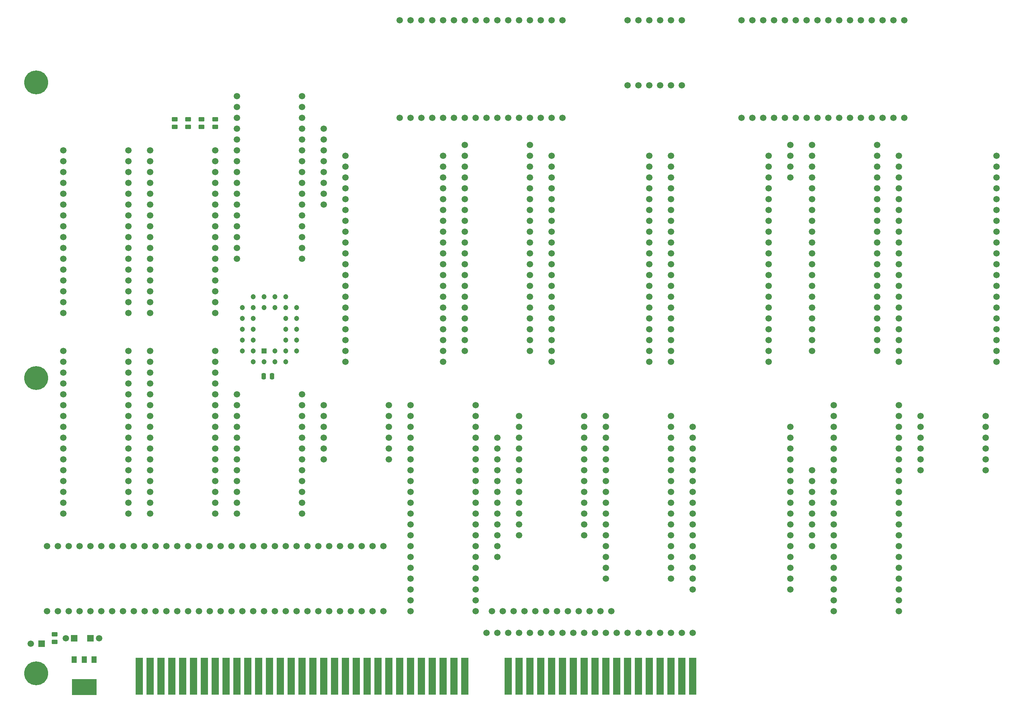
<source format=gts>
%TF.GenerationSoftware,KiCad,Pcbnew,9.0.5*%
%TF.CreationDate,2025-10-12T15:12:11+02:00*%
%TF.ProjectId,Coprocessor Board - Main,436f7072-6f63-4657-9373-6f7220426f61,V0*%
%TF.SameCoordinates,Original*%
%TF.FileFunction,Soldermask,Top*%
%TF.FilePolarity,Negative*%
%FSLAX46Y46*%
G04 Gerber Fmt 4.6, Leading zero omitted, Abs format (unit mm)*
G04 Created by KiCad (PCBNEW 9.0.5) date 2025-10-12 15:12:11*
%MOMM*%
%LPD*%
G01*
G04 APERTURE LIST*
G04 Aperture macros list*
%AMRoundRect*
0 Rectangle with rounded corners*
0 $1 Rounding radius*
0 $2 $3 $4 $5 $6 $7 $8 $9 X,Y pos of 4 corners*
0 Add a 4 corners polygon primitive as box body*
4,1,4,$2,$3,$4,$5,$6,$7,$8,$9,$2,$3,0*
0 Add four circle primitives for the rounded corners*
1,1,$1+$1,$2,$3*
1,1,$1+$1,$4,$5*
1,1,$1+$1,$6,$7*
1,1,$1+$1,$8,$9*
0 Add four rect primitives between the rounded corners*
20,1,$1+$1,$2,$3,$4,$5,0*
20,1,$1+$1,$4,$5,$6,$7,0*
20,1,$1+$1,$6,$7,$8,$9,0*
20,1,$1+$1,$8,$9,$2,$3,0*%
G04 Aperture macros list end*
%ADD10C,1.500000*%
%ADD11R,1.500000X1.500000*%
%ADD12C,5.600000*%
%ADD13R,5.842000X3.810000*%
%ADD14R,1.200000X1.500000*%
%ADD15C,1.200000*%
%ADD16R,1.200000X1.200000*%
%ADD17RoundRect,0.250000X-0.450000X0.262500X-0.450000X-0.262500X0.450000X-0.262500X0.450000X0.262500X0*%
%ADD18R,1.780000X8.620000*%
%ADD19RoundRect,0.250000X0.450000X-0.262500X0.450000X0.262500X-0.450000X0.262500X-0.450000X-0.262500X0*%
%ADD20RoundRect,0.250000X-0.250000X-0.475000X0.250000X-0.475000X0.250000X0.475000X-0.250000X0.475000X0*%
G04 APERTURE END LIST*
D10*
%TO.C,B16*%
X-21590000Y30480000D03*
X-19050000Y30480000D03*
X-16510000Y30480000D03*
X-13970000Y30480000D03*
X-11430000Y30480000D03*
X-8890000Y30480000D03*
X-6350000Y30480000D03*
X-3810000Y30480000D03*
X-1270000Y30480000D03*
X1270000Y30480000D03*
X3810000Y30480000D03*
X6350000Y30480000D03*
X8890000Y30480000D03*
X11430000Y30480000D03*
X13970000Y30480000D03*
X16510000Y30480000D03*
X19050000Y30480000D03*
X21590000Y30480000D03*
X24130000Y30480000D03*
X26670000Y30480000D03*
X29210000Y30480000D03*
X31750000Y30480000D03*
X34290000Y30480000D03*
X36830000Y30480000D03*
X39370000Y30480000D03*
X41910000Y30480000D03*
X44450000Y30480000D03*
X46990000Y30480000D03*
X49530000Y30480000D03*
X52070000Y30480000D03*
X54610000Y30480000D03*
X57150000Y30480000D03*
X57150000Y15240000D03*
X54610000Y15240000D03*
X52070000Y15240000D03*
X49530000Y15240000D03*
X46990000Y15240000D03*
X44450000Y15240000D03*
X41910000Y15240000D03*
X39370000Y15240000D03*
X36830000Y15240000D03*
X34290000Y15240000D03*
X31750000Y15240000D03*
X29210000Y15240000D03*
X26670000Y15240000D03*
X24130000Y15240000D03*
X21590000Y15240000D03*
X19050000Y15240000D03*
X16510000Y15240000D03*
X13970000Y15240000D03*
X11430000Y15240000D03*
X8890000Y15240000D03*
X6350000Y15240000D03*
X3810000Y15240000D03*
X1270000Y15240000D03*
X-1270000Y15240000D03*
X-3810000Y15240000D03*
X-6350000Y15240000D03*
X-8890000Y15240000D03*
X-11430000Y15240000D03*
X-13970000Y15240000D03*
X-16510000Y15240000D03*
X-19050000Y15240000D03*
X-21590000Y15240000D03*
%TD*%
%TO.C,B17*%
X60960000Y153670000D03*
X63500000Y153670000D03*
X66040000Y153670000D03*
X68580000Y153670000D03*
X71120000Y153670000D03*
X73660000Y153670000D03*
X76200000Y153670000D03*
X78740000Y153670000D03*
X81280000Y153670000D03*
X83820000Y153670000D03*
X86360000Y153670000D03*
X88900000Y153670000D03*
X91440000Y153670000D03*
X93980000Y153670000D03*
X96520000Y153670000D03*
X99060000Y153670000D03*
X99060000Y130810000D03*
X96520000Y130810000D03*
X93980000Y130810000D03*
X91440000Y130810000D03*
X88900000Y130810000D03*
X86360000Y130810000D03*
X83820000Y130810000D03*
X81280000Y130810000D03*
X78740000Y130810000D03*
X76200000Y130810000D03*
X73660000Y130810000D03*
X71120000Y130810000D03*
X68580000Y130810000D03*
X66040000Y130810000D03*
X63500000Y130810000D03*
X60960000Y130810000D03*
%TD*%
%TO.C,B4*%
X38100000Y66040000D03*
X38100000Y63500000D03*
X38100000Y60960000D03*
X38100000Y58420000D03*
X38100000Y55880000D03*
X38100000Y53340000D03*
X38100000Y50800000D03*
X38100000Y48260000D03*
X38100000Y45720000D03*
X38100000Y43180000D03*
X38100000Y40640000D03*
X38100000Y38100000D03*
X22860000Y38100000D03*
X22860000Y40640000D03*
X22860000Y43180000D03*
X22860000Y45720000D03*
X22860000Y48260000D03*
X22860000Y50800000D03*
X22860000Y53340000D03*
X22860000Y55880000D03*
X22860000Y58420000D03*
X22860000Y60960000D03*
X22860000Y63500000D03*
X22860000Y66040000D03*
%TD*%
%TO.C,B33*%
X38100000Y135890000D03*
X38100000Y133350000D03*
X38100000Y130810000D03*
X38100000Y128270000D03*
X38100000Y125730000D03*
X38100000Y123190000D03*
X38100000Y120650000D03*
X38100000Y118110000D03*
X38100000Y115570000D03*
X38100000Y113030000D03*
X38100000Y110490000D03*
X38100000Y107950000D03*
X38100000Y105410000D03*
X38100000Y102870000D03*
X38100000Y100330000D03*
X38100000Y97790000D03*
X22860000Y97790000D03*
X22860000Y100330000D03*
X22860000Y102870000D03*
X22860000Y105410000D03*
X22860000Y107950000D03*
X22860000Y110490000D03*
X22860000Y113030000D03*
X22860000Y115570000D03*
X22860000Y118110000D03*
X22860000Y120650000D03*
X22860000Y123190000D03*
X22860000Y125730000D03*
X22860000Y128270000D03*
X22860000Y130810000D03*
X22860000Y133350000D03*
X22860000Y135890000D03*
%TD*%
%TO.C,J3*%
X157480000Y30480000D03*
X157480000Y33020000D03*
X157480000Y35560000D03*
X157480000Y38100000D03*
X157480000Y40640000D03*
X157480000Y43180000D03*
X157480000Y45720000D03*
X157480000Y48260000D03*
%TD*%
%TO.C,C4*%
X-17189200Y8890000D03*
D11*
X-15189200Y8890000D03*
%TD*%
D12*
%TO.C,H10*%
X-24079200Y635000D03*
%TD*%
D10*
%TO.C,B2*%
X147320000Y121920000D03*
X147320000Y119380000D03*
X147320000Y116840000D03*
X147320000Y114300000D03*
X147320000Y111760000D03*
X147320000Y109220000D03*
X147320000Y106680000D03*
X147320000Y104140000D03*
X147320000Y101600000D03*
X147320000Y99060000D03*
X147320000Y96520000D03*
X147320000Y93980000D03*
X147320000Y91440000D03*
X147320000Y88900000D03*
X147320000Y86360000D03*
X147320000Y83820000D03*
X147320000Y81280000D03*
X147320000Y78740000D03*
X147320000Y76200000D03*
X147320000Y73660000D03*
X124460000Y73660000D03*
X124460000Y76200000D03*
X124460000Y78740000D03*
X124460000Y81280000D03*
X124460000Y83820000D03*
X124460000Y86360000D03*
X124460000Y88900000D03*
X124460000Y91440000D03*
X124460000Y93980000D03*
X124460000Y96520000D03*
X124460000Y99060000D03*
X124460000Y101600000D03*
X124460000Y104140000D03*
X124460000Y106680000D03*
X124460000Y109220000D03*
X124460000Y111760000D03*
X124460000Y114300000D03*
X124460000Y116840000D03*
X124460000Y119380000D03*
X124460000Y121920000D03*
%TD*%
%TO.C,LED1*%
X-25349200Y7620000D03*
D11*
X-22809200Y7620000D03*
%TD*%
D10*
%TO.C,B7*%
X198120000Y60960000D03*
X198120000Y58420000D03*
X198120000Y55880000D03*
X198120000Y53340000D03*
X198120000Y50800000D03*
X198120000Y48260000D03*
X182880000Y48260000D03*
X182880000Y50800000D03*
X182880000Y53340000D03*
X182880000Y55880000D03*
X182880000Y58420000D03*
X182880000Y60960000D03*
%TD*%
%TO.C,B19*%
X114300000Y153670000D03*
X116840000Y153670000D03*
X119380000Y153670000D03*
X121920000Y153670000D03*
X124460000Y153670000D03*
X127000000Y153670000D03*
X127000000Y138430000D03*
X124460000Y138430000D03*
X121920000Y138430000D03*
X119380000Y138430000D03*
X116840000Y138430000D03*
X114300000Y138430000D03*
%TD*%
%TO.C,B14*%
X78740000Y63500000D03*
X78740000Y60960000D03*
X78740000Y58420000D03*
X78740000Y55880000D03*
X78740000Y53340000D03*
X78740000Y50800000D03*
X78740000Y48260000D03*
X78740000Y45720000D03*
X78740000Y43180000D03*
X78740000Y40640000D03*
X78740000Y38100000D03*
X78740000Y35560000D03*
X78740000Y33020000D03*
X78740000Y30480000D03*
X78740000Y27940000D03*
X78740000Y25400000D03*
X78740000Y22860000D03*
X78740000Y20320000D03*
X78740000Y17780000D03*
X78740000Y15240000D03*
X63500000Y15240000D03*
X63500000Y17780000D03*
X63500000Y20320000D03*
X63500000Y22860000D03*
X63500000Y25400000D03*
X63500000Y27940000D03*
X63500000Y30480000D03*
X63500000Y33020000D03*
X63500000Y35560000D03*
X63500000Y38100000D03*
X63500000Y40640000D03*
X63500000Y43180000D03*
X63500000Y45720000D03*
X63500000Y48260000D03*
X63500000Y50800000D03*
X63500000Y53340000D03*
X63500000Y55880000D03*
X63500000Y58420000D03*
X63500000Y60960000D03*
X63500000Y63500000D03*
%TD*%
%TO.C,B9*%
X17780000Y76200000D03*
X17780000Y73660000D03*
X17780000Y71120000D03*
X17780000Y68580000D03*
X17780000Y66040000D03*
X17780000Y63500000D03*
X17780000Y60960000D03*
X17780000Y58420000D03*
X17780000Y55880000D03*
X17780000Y53340000D03*
X17780000Y50800000D03*
X17780000Y48260000D03*
X17780000Y45720000D03*
X17780000Y43180000D03*
X17780000Y40640000D03*
X17780000Y38100000D03*
X2540000Y38100000D03*
X2540000Y40640000D03*
X2540000Y43180000D03*
X2540000Y45720000D03*
X2540000Y48260000D03*
X2540000Y50800000D03*
X2540000Y53340000D03*
X2540000Y55880000D03*
X2540000Y58420000D03*
X2540000Y60960000D03*
X2540000Y63500000D03*
X2540000Y66040000D03*
X2540000Y68580000D03*
X2540000Y71120000D03*
X2540000Y73660000D03*
X2540000Y76200000D03*
%TD*%
%TO.C,B8*%
X177800000Y63500000D03*
X177800000Y60960000D03*
X177800000Y58420000D03*
X177800000Y55880000D03*
X177800000Y53340000D03*
X177800000Y50800000D03*
X177800000Y48260000D03*
X177800000Y45720000D03*
X177800000Y43180000D03*
X177800000Y40640000D03*
X177800000Y38100000D03*
X177800000Y35560000D03*
X177800000Y33020000D03*
X177800000Y30480000D03*
X177800000Y27940000D03*
X177800000Y25400000D03*
X177800000Y22860000D03*
X177800000Y20320000D03*
X177800000Y17780000D03*
X177800000Y15240000D03*
X162560000Y15240000D03*
X162560000Y17780000D03*
X162560000Y20320000D03*
X162560000Y22860000D03*
X162560000Y25400000D03*
X162560000Y27940000D03*
X162560000Y30480000D03*
X162560000Y33020000D03*
X162560000Y35560000D03*
X162560000Y38100000D03*
X162560000Y40640000D03*
X162560000Y43180000D03*
X162560000Y45720000D03*
X162560000Y48260000D03*
X162560000Y50800000D03*
X162560000Y53340000D03*
X162560000Y55880000D03*
X162560000Y58420000D03*
X162560000Y60960000D03*
X162560000Y63500000D03*
%TD*%
%TO.C,C3*%
X-9379200Y8890000D03*
D11*
X-11379200Y8890000D03*
%TD*%
D10*
%TO.C,B10*%
X17780000Y123190000D03*
X17780000Y120650000D03*
X17780000Y118110000D03*
X17780000Y115570000D03*
X17780000Y113030000D03*
X17780000Y110490000D03*
X17780000Y107950000D03*
X17780000Y105410000D03*
X17780000Y102870000D03*
X17780000Y100330000D03*
X17780000Y97790000D03*
X17780000Y95250000D03*
X17780000Y92710000D03*
X17780000Y90170000D03*
X17780000Y87630000D03*
X17780000Y85090000D03*
X2540000Y85090000D03*
X2540000Y87630000D03*
X2540000Y90170000D03*
X2540000Y92710000D03*
X2540000Y95250000D03*
X2540000Y97790000D03*
X2540000Y100330000D03*
X2540000Y102870000D03*
X2540000Y105410000D03*
X2540000Y107950000D03*
X2540000Y110490000D03*
X2540000Y113030000D03*
X2540000Y115570000D03*
X2540000Y118110000D03*
X2540000Y120650000D03*
X2540000Y123190000D03*
%TD*%
%TO.C,B3*%
X140970000Y153670000D03*
X143510000Y153670000D03*
X146050000Y153670000D03*
X148590000Y153670000D03*
X151130000Y153670000D03*
X153670000Y153670000D03*
X156210000Y153670000D03*
X158750000Y153670000D03*
X161290000Y153670000D03*
X163830000Y153670000D03*
X166370000Y153670000D03*
X168910000Y153670000D03*
X171450000Y153670000D03*
X173990000Y153670000D03*
X176530000Y153670000D03*
X179070000Y153670000D03*
X179070000Y130810000D03*
X176530000Y130810000D03*
X173990000Y130810000D03*
X171450000Y130810000D03*
X168910000Y130810000D03*
X166370000Y130810000D03*
X163830000Y130810000D03*
X161290000Y130810000D03*
X158750000Y130810000D03*
X156210000Y130810000D03*
X153670000Y130810000D03*
X151130000Y130810000D03*
X148590000Y130810000D03*
X146050000Y130810000D03*
X143510000Y130810000D03*
X140970000Y130810000D03*
%TD*%
%TO.C,J7*%
X152400000Y116840000D03*
X152400000Y119380000D03*
X152400000Y121920000D03*
X152400000Y124460000D03*
%TD*%
D13*
%TO.C,IC3*%
X-12889200Y-2540000D03*
D14*
X-15189200Y3835000D03*
X-12889200Y3835000D03*
X-10589200Y3835000D03*
%TD*%
D10*
%TO.C,J5*%
X83820000Y27940000D03*
X83820000Y30480000D03*
X83820000Y33020000D03*
X83820000Y35560000D03*
X83820000Y38100000D03*
X83820000Y40640000D03*
X83820000Y43180000D03*
X83820000Y45720000D03*
X83820000Y48260000D03*
X83820000Y50800000D03*
X83820000Y53340000D03*
X83820000Y55880000D03*
%TD*%
%TO.C,J2*%
X43180000Y110490000D03*
X43180000Y113030000D03*
X43180000Y115570000D03*
X43180000Y118110000D03*
X43180000Y120650000D03*
X43180000Y123190000D03*
X43180000Y125730000D03*
X43180000Y128270000D03*
%TD*%
%TO.C,B6*%
X71120000Y121920000D03*
X71120000Y119380000D03*
X71120000Y116840000D03*
X71120000Y114300000D03*
X71120000Y111760000D03*
X71120000Y109220000D03*
X71120000Y106680000D03*
X71120000Y104140000D03*
X71120000Y101600000D03*
X71120000Y99060000D03*
X71120000Y96520000D03*
X71120000Y93980000D03*
X71120000Y91440000D03*
X71120000Y88900000D03*
X71120000Y86360000D03*
X71120000Y83820000D03*
X71120000Y81280000D03*
X71120000Y78740000D03*
X71120000Y76200000D03*
X71120000Y73660000D03*
X48260000Y73660000D03*
X48260000Y76200000D03*
X48260000Y78740000D03*
X48260000Y81280000D03*
X48260000Y83820000D03*
X48260000Y86360000D03*
X48260000Y88900000D03*
X48260000Y91440000D03*
X48260000Y93980000D03*
X48260000Y96520000D03*
X48260000Y99060000D03*
X48260000Y101600000D03*
X48260000Y104140000D03*
X48260000Y106680000D03*
X48260000Y109220000D03*
X48260000Y111760000D03*
X48260000Y114300000D03*
X48260000Y116840000D03*
X48260000Y119380000D03*
X48260000Y121920000D03*
%TD*%
%TO.C,B31*%
X152400000Y58420000D03*
X152400000Y55880000D03*
X152400000Y53340000D03*
X152400000Y50800000D03*
X152400000Y48260000D03*
X152400000Y45720000D03*
X152400000Y43180000D03*
X152400000Y40640000D03*
X152400000Y38100000D03*
X152400000Y35560000D03*
X152400000Y33020000D03*
X152400000Y30480000D03*
X152400000Y27940000D03*
X152400000Y25400000D03*
X152400000Y22860000D03*
X152400000Y20320000D03*
X129540000Y20320000D03*
X129540000Y22860000D03*
X129540000Y25400000D03*
X129540000Y27940000D03*
X129540000Y30480000D03*
X129540000Y33020000D03*
X129540000Y35560000D03*
X129540000Y38100000D03*
X129540000Y40640000D03*
X129540000Y43180000D03*
X129540000Y45720000D03*
X129540000Y48260000D03*
X129540000Y50800000D03*
X129540000Y53340000D03*
X129540000Y55880000D03*
X129540000Y58420000D03*
%TD*%
%TO.C,J6*%
X82550000Y15240000D03*
X85090000Y15240000D03*
X87630000Y15240000D03*
X90170000Y15240000D03*
X92710000Y15240000D03*
X95250000Y15240000D03*
X97790000Y15240000D03*
X100330000Y15240000D03*
X102870000Y15240000D03*
X105410000Y15240000D03*
X107950000Y15240000D03*
X110490000Y15240000D03*
%TD*%
%TO.C,B37*%
X124460000Y60960000D03*
X124460000Y58420000D03*
X124460000Y55880000D03*
X124460000Y53340000D03*
X124460000Y50800000D03*
X124460000Y48260000D03*
X124460000Y45720000D03*
X124460000Y43180000D03*
X124460000Y40640000D03*
X124460000Y38100000D03*
X124460000Y35560000D03*
X124460000Y33020000D03*
X124460000Y30480000D03*
X124460000Y27940000D03*
X124460000Y25400000D03*
X124460000Y22860000D03*
X109220000Y22860000D03*
X109220000Y25400000D03*
X109220000Y27940000D03*
X109220000Y30480000D03*
X109220000Y33020000D03*
X109220000Y35560000D03*
X109220000Y38100000D03*
X109220000Y40640000D03*
X109220000Y43180000D03*
X109220000Y45720000D03*
X109220000Y48260000D03*
X109220000Y50800000D03*
X109220000Y53340000D03*
X109220000Y55880000D03*
X109220000Y58420000D03*
X109220000Y60960000D03*
%TD*%
D12*
%TO.C,H7*%
X-24079200Y69850000D03*
%TD*%
D15*
%TO.C,IC1*%
X29210000Y73660000D03*
X26670000Y76200000D03*
X26670000Y73660000D03*
X24130000Y76200000D03*
X26670000Y78740000D03*
X24130000Y78740000D03*
X26670000Y81280000D03*
X24130000Y81280000D03*
X26670000Y83820000D03*
X24130000Y83820000D03*
X26670000Y86360000D03*
X24130000Y86360000D03*
X26670000Y88900000D03*
X29210000Y86360000D03*
X29210000Y88900000D03*
X31750000Y86360000D03*
X31750000Y88900000D03*
X34290000Y86360000D03*
X34290000Y88900000D03*
X36830000Y86360000D03*
X34290000Y83820000D03*
X36830000Y83820000D03*
X34290000Y81280000D03*
X36830000Y81280000D03*
X34290000Y78740000D03*
X36830000Y78740000D03*
X34290000Y76200000D03*
X36830000Y76200000D03*
X34290000Y73660000D03*
X31750000Y76200000D03*
X31750000Y73660000D03*
D16*
X29210000Y76200000D03*
%TD*%
D17*
%TO.C,R4*%
X8265000Y128627500D03*
X8265000Y130452500D03*
%TD*%
D10*
%TO.C,B12*%
X-2540000Y76200000D03*
X-2540000Y73660000D03*
X-2540000Y71120000D03*
X-2540000Y68580000D03*
X-2540000Y66040000D03*
X-2540000Y63500000D03*
X-2540000Y60960000D03*
X-2540000Y58420000D03*
X-2540000Y55880000D03*
X-2540000Y53340000D03*
X-2540000Y50800000D03*
X-2540000Y48260000D03*
X-2540000Y45720000D03*
X-2540000Y43180000D03*
X-2540000Y40640000D03*
X-2540000Y38100000D03*
X-17780000Y38100000D03*
X-17780000Y40640000D03*
X-17780000Y43180000D03*
X-17780000Y45720000D03*
X-17780000Y48260000D03*
X-17780000Y50800000D03*
X-17780000Y53340000D03*
X-17780000Y55880000D03*
X-17780000Y58420000D03*
X-17780000Y60960000D03*
X-17780000Y63500000D03*
X-17780000Y66040000D03*
X-17780000Y68580000D03*
X-17780000Y71120000D03*
X-17780000Y73660000D03*
X-17780000Y76200000D03*
%TD*%
%TO.C,B32*%
X58420000Y63500000D03*
X58420000Y60960000D03*
X58420000Y58420000D03*
X58420000Y55880000D03*
X58420000Y53340000D03*
X58420000Y50800000D03*
X43180000Y50800000D03*
X43180000Y53340000D03*
X43180000Y55880000D03*
X43180000Y58420000D03*
X43180000Y60960000D03*
X43180000Y63500000D03*
%TD*%
D18*
%TO.C,J1*%
X129540000Y0D03*
X127000000Y0D03*
X124460000Y0D03*
X121920000Y0D03*
X119380000Y0D03*
X116840000Y0D03*
X114300000Y0D03*
X111760000Y0D03*
X109220000Y0D03*
X106680000Y0D03*
X104140000Y0D03*
X101600000Y0D03*
X99060000Y0D03*
X96520000Y0D03*
X93980000Y0D03*
X91440000Y0D03*
X88900000Y0D03*
X86360000Y0D03*
X76200000Y0D03*
X73660000Y0D03*
X71120000Y0D03*
X68580000Y0D03*
X66040000Y0D03*
X63500000Y0D03*
X60960000Y0D03*
X58420000Y0D03*
X55880000Y0D03*
X53340000Y0D03*
X50800000Y0D03*
X48260000Y0D03*
X45720000Y0D03*
X43180000Y0D03*
X40640000Y0D03*
X38100000Y0D03*
X35560000Y0D03*
X33020000Y0D03*
X30480000Y0D03*
X27940000Y0D03*
X25400000Y0D03*
X22860000Y0D03*
X20320000Y0D03*
X17780000Y0D03*
X15240000Y0D03*
X12700000Y0D03*
X10160000Y0D03*
X7620000Y0D03*
X5080000Y0D03*
X2540000Y0D03*
X0Y0D03*
%TD*%
D17*
%TO.C,R1*%
X14605000Y128627500D03*
X14605000Y130452500D03*
%TD*%
D10*
%TO.C,B11*%
X-2540000Y123190000D03*
X-2540000Y120650000D03*
X-2540000Y118110000D03*
X-2540000Y115570000D03*
X-2540000Y113030000D03*
X-2540000Y110490000D03*
X-2540000Y107950000D03*
X-2540000Y105410000D03*
X-2540000Y102870000D03*
X-2540000Y100330000D03*
X-2540000Y97790000D03*
X-2540000Y95250000D03*
X-2540000Y92710000D03*
X-2540000Y90170000D03*
X-2540000Y87630000D03*
X-2540000Y85090000D03*
X-17780000Y85090000D03*
X-17780000Y87630000D03*
X-17780000Y90170000D03*
X-17780000Y92710000D03*
X-17780000Y95250000D03*
X-17780000Y97790000D03*
X-17780000Y100330000D03*
X-17780000Y102870000D03*
X-17780000Y105410000D03*
X-17780000Y107950000D03*
X-17780000Y110490000D03*
X-17780000Y113030000D03*
X-17780000Y115570000D03*
X-17780000Y118110000D03*
X-17780000Y120650000D03*
X-17780000Y123190000D03*
%TD*%
%TO.C,J4*%
X81280000Y10160000D03*
X83820000Y10160000D03*
X86360000Y10160000D03*
X88900000Y10160000D03*
X91440000Y10160000D03*
X93980000Y10160000D03*
X96520000Y10160000D03*
X99060000Y10160000D03*
X101600000Y10160000D03*
X104140000Y10160000D03*
X106680000Y10160000D03*
X109220000Y10160000D03*
X111760000Y10160000D03*
X114300000Y10160000D03*
X116840000Y10160000D03*
X119380000Y10160000D03*
X121920000Y10160000D03*
X124460000Y10160000D03*
X127000000Y10160000D03*
X129540000Y10160000D03*
%TD*%
D12*
%TO.C,H1*%
X-24079200Y139065000D03*
%TD*%
D10*
%TO.C,B34*%
X104140000Y60960000D03*
X104140000Y58420000D03*
X104140000Y55880000D03*
X104140000Y53340000D03*
X104140000Y50800000D03*
X104140000Y48260000D03*
X104140000Y45720000D03*
X104140000Y43180000D03*
X104140000Y40640000D03*
X104140000Y38100000D03*
X104140000Y35560000D03*
X104140000Y33020000D03*
X88900000Y33020000D03*
X88900000Y35560000D03*
X88900000Y38100000D03*
X88900000Y40640000D03*
X88900000Y43180000D03*
X88900000Y45720000D03*
X88900000Y48260000D03*
X88900000Y50800000D03*
X88900000Y53340000D03*
X88900000Y55880000D03*
X88900000Y58420000D03*
X88900000Y60960000D03*
%TD*%
D17*
%TO.C,R5*%
X17790000Y128627500D03*
X17790000Y130452500D03*
%TD*%
D19*
%TO.C,R3*%
X-19771200Y9802500D03*
X-19771200Y7977500D03*
%TD*%
D10*
%TO.C,B5*%
X172720000Y124460000D03*
X172720000Y121920000D03*
X172720000Y119380000D03*
X172720000Y116840000D03*
X172720000Y114300000D03*
X172720000Y111760000D03*
X172720000Y109220000D03*
X172720000Y106680000D03*
X172720000Y104140000D03*
X172720000Y101600000D03*
X172720000Y99060000D03*
X172720000Y96520000D03*
X172720000Y93980000D03*
X172720000Y91440000D03*
X172720000Y88900000D03*
X172720000Y86360000D03*
X172720000Y83820000D03*
X172720000Y81280000D03*
X172720000Y78740000D03*
X172720000Y76200000D03*
X157480000Y76200000D03*
X157480000Y78740000D03*
X157480000Y81280000D03*
X157480000Y83820000D03*
X157480000Y86360000D03*
X157480000Y88900000D03*
X157480000Y91440000D03*
X157480000Y93980000D03*
X157480000Y96520000D03*
X157480000Y99060000D03*
X157480000Y101600000D03*
X157480000Y104140000D03*
X157480000Y106680000D03*
X157480000Y109220000D03*
X157480000Y111760000D03*
X157480000Y114300000D03*
X157480000Y116840000D03*
X157480000Y119380000D03*
X157480000Y121920000D03*
X157480000Y124460000D03*
%TD*%
D20*
%TO.C,C6*%
X31065000Y70231000D03*
X29165000Y70231000D03*
%TD*%
D10*
%TO.C,B15*%
X119380000Y121920000D03*
X119380000Y119380000D03*
X119380000Y116840000D03*
X119380000Y114300000D03*
X119380000Y111760000D03*
X119380000Y109220000D03*
X119380000Y106680000D03*
X119380000Y104140000D03*
X119380000Y101600000D03*
X119380000Y99060000D03*
X119380000Y96520000D03*
X119380000Y93980000D03*
X119380000Y91440000D03*
X119380000Y88900000D03*
X119380000Y86360000D03*
X119380000Y83820000D03*
X119380000Y81280000D03*
X119380000Y78740000D03*
X119380000Y76200000D03*
X119380000Y73660000D03*
X96520000Y73660000D03*
X96520000Y76200000D03*
X96520000Y78740000D03*
X96520000Y81280000D03*
X96520000Y83820000D03*
X96520000Y86360000D03*
X96520000Y88900000D03*
X96520000Y91440000D03*
X96520000Y93980000D03*
X96520000Y96520000D03*
X96520000Y99060000D03*
X96520000Y101600000D03*
X96520000Y104140000D03*
X96520000Y106680000D03*
X96520000Y109220000D03*
X96520000Y111760000D03*
X96520000Y114300000D03*
X96520000Y116840000D03*
X96520000Y119380000D03*
X96520000Y121920000D03*
%TD*%
%TO.C,B13*%
X91440000Y124460000D03*
X91440000Y121920000D03*
X91440000Y119380000D03*
X91440000Y116840000D03*
X91440000Y114300000D03*
X91440000Y111760000D03*
X91440000Y109220000D03*
X91440000Y106680000D03*
X91440000Y104140000D03*
X91440000Y101600000D03*
X91440000Y99060000D03*
X91440000Y96520000D03*
X91440000Y93980000D03*
X91440000Y91440000D03*
X91440000Y88900000D03*
X91440000Y86360000D03*
X91440000Y83820000D03*
X91440000Y81280000D03*
X91440000Y78740000D03*
X91440000Y76200000D03*
X76200000Y76200000D03*
X76200000Y78740000D03*
X76200000Y81280000D03*
X76200000Y83820000D03*
X76200000Y86360000D03*
X76200000Y88900000D03*
X76200000Y91440000D03*
X76200000Y93980000D03*
X76200000Y96520000D03*
X76200000Y99060000D03*
X76200000Y101600000D03*
X76200000Y104140000D03*
X76200000Y106680000D03*
X76200000Y109220000D03*
X76200000Y111760000D03*
X76200000Y114300000D03*
X76200000Y116840000D03*
X76200000Y119380000D03*
X76200000Y121920000D03*
X76200000Y124460000D03*
%TD*%
D17*
%TO.C,R2*%
X11430000Y128627500D03*
X11430000Y130452500D03*
%TD*%
D10*
%TO.C,B1*%
X200660000Y121920000D03*
X200660000Y119380000D03*
X200660000Y116840000D03*
X200660000Y114300000D03*
X200660000Y111760000D03*
X200660000Y109220000D03*
X200660000Y106680000D03*
X200660000Y104140000D03*
X200660000Y101600000D03*
X200660000Y99060000D03*
X200660000Y96520000D03*
X200660000Y93980000D03*
X200660000Y91440000D03*
X200660000Y88900000D03*
X200660000Y86360000D03*
X200660000Y83820000D03*
X200660000Y81280000D03*
X200660000Y78740000D03*
X200660000Y76200000D03*
X200660000Y73660000D03*
X177800000Y73660000D03*
X177800000Y76200000D03*
X177800000Y78740000D03*
X177800000Y81280000D03*
X177800000Y83820000D03*
X177800000Y86360000D03*
X177800000Y88900000D03*
X177800000Y91440000D03*
X177800000Y93980000D03*
X177800000Y96520000D03*
X177800000Y99060000D03*
X177800000Y101600000D03*
X177800000Y104140000D03*
X177800000Y106680000D03*
X177800000Y109220000D03*
X177800000Y111760000D03*
X177800000Y114300000D03*
X177800000Y116840000D03*
X177800000Y119380000D03*
X177800000Y121920000D03*
%TD*%
M02*

</source>
